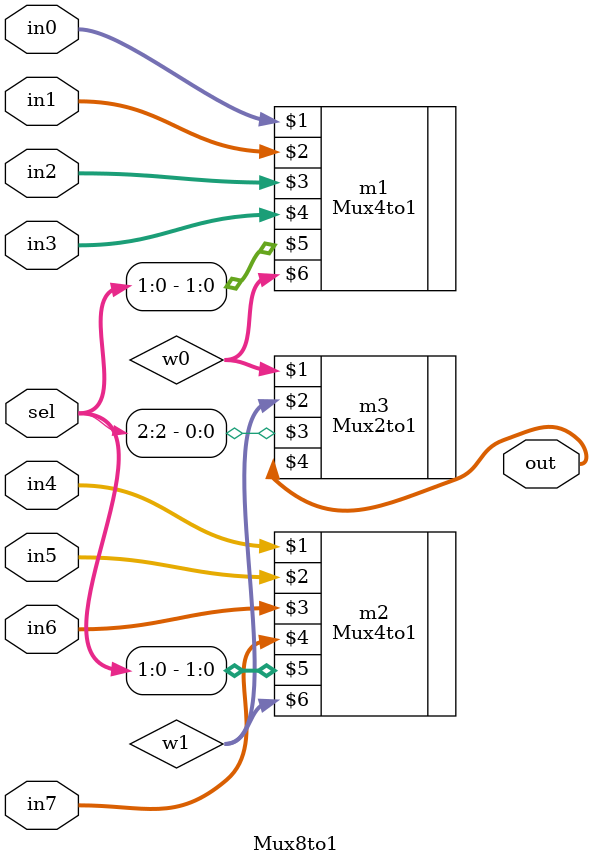
<source format=v>
`timescale 1ns / 1ps
module Mux8to1(
	input [31:0]in0,
	input [31:0]in1,
	input [31:0]in2,
	input [31:0]in3,
	input [31:0]in4,
	input [31:0]in5,
	input [31:0]in6,
	input [31:0]in7,
	input [2:0]sel, //select
	output [31:0]out
    );
	 
	 wire [31:0] w0, w1;
	 
	 Mux4to1 m1(in0, in1, in2, in3, sel[1:0], w0);
	 Mux4to1 m2(in4, in5, in6, in7, sel[1:0], w1);
	 
	 Mux2to1 m3(w0, w1, sel[2], out);

endmodule

</source>
